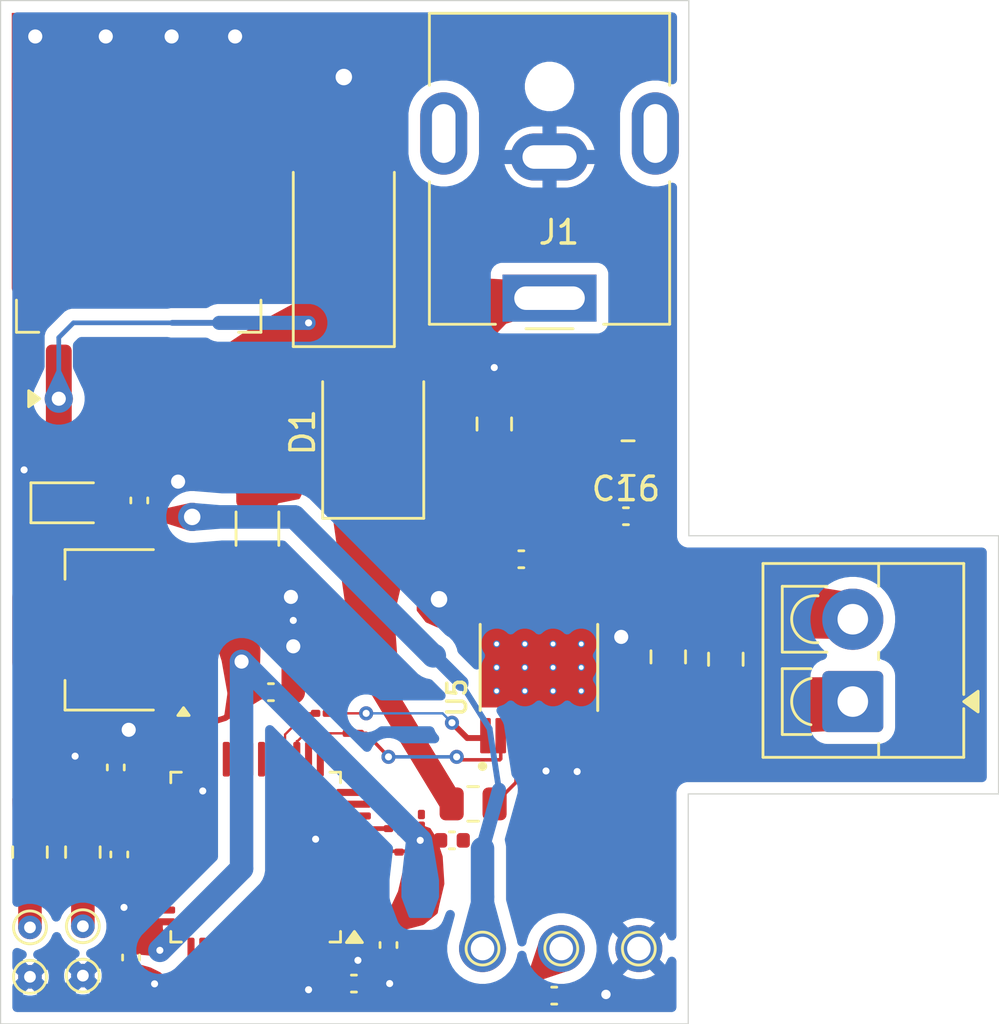
<source format=kicad_pcb>
(kicad_pcb (version 20241229) (generator "pcbnew") (generator_version "9.0")
  (layers (0 "F.Cu" signal) (2 "B.Cu" signal) (13 "F.Paste" user) (15 "B.Paste" user) (5 "F.SilkS" user "F.Silkscreen") (7 "B.SilkS" user "B.Silkscreen") (1 "F.Mask" user) (3 "B.Mask" user) (25 "Edge.Cuts" user))
  (net 0 "")
  (net 1 "Net-(U1-VBAT)")
  (net 14 "Net-(D1-K)")
  (net 16 "Net-(D1-A)")
  (net 17 "BUTTON_UP")
  (net 18 "BUTTON_DW")
  (net 19 "Net-(U1-PA5)")
  (net 22 "GND")
  (net 25 "Net-(U1-VDDA)")
  (net 36 "Net-(U1-PA6)")
  (net 37 "Net-(D3-A2)")
  (net 39 "Net-(J2-Pin_1)")
  (net 40 "Net-(J2-Pin_2)")
  (net 41 "Net-(U5-CPH)")
  (net 42 "Net-(U5-CPL)")
  (net 43 "Net-(U5-NSLEEP)")
  (net 44 "Net-(R6-Pad1)")
  (net 45 "Net-(R7-Pad2)")
  (net 48 "Net-(U1-NRST)")
  (net 49 "LOGIC LED RESERVE")
  (net 53 "RES IF SWDIO")
  (net 55 "Net-(U2-OUT)")
  (net 56 "Net-(U2-VIN)")
  (net 57 "unconnected-(U1-PB7-Pad43)")
  (footprint "Capacitor_SMD:C_1206_3216Metric" (layer "F.Cu") (at 166.625 90.5 90)
    (property "Reference" "C3" (hide yes))
    (property "Value" "10uF")
    (pad "1" smd roundrect (at -1.475 0 90) (size 1.15 1.8) (layers "F.Cu" "F.Mask" "F.Paste") (roundrect_rratio 0.217391) (net 22 "GND"))
    (pad "2" smd roundrect (at 1.475 0 90) (size 1.15 1.8) (layers "F.Cu" "F.Mask" "F.Paste") (roundrect_rratio 0.217391) (net 56 "Net-(U2-VIN)"))
  )
  (footprint "TestPoint:TestPoint_THTPad_D1.0mm_Drill0.5mm" (layer "F.Cu") (at 156.95 109.55)
    (property "Reference" "REF**" (hide yes))
    (property "Value" "1mm0.5")
    (pad "1" thru_hole circle (at 0 0) (size 1 1) (drill 0.5) (layers "*.Cu" "*.Mask") (net 22 "GND"))
  )
  (footprint "TerminalBlock_4Ucon:TerminalBlock_4Ucon_1x02_P3.50mm_Vertical" (layer "F.Cu") (at 191.95 97.85 90)
    (property "Reference" "REF**" (hide yes))
    (property "Value" "TerminalBlock_4Ucon_1x02_P3.50mm_Vertical" (hide yes))
    (pad "1" thru_hole roundrect (at 0 0 90) (size 2.6 2.6) (drill 1.3) (layers "*.Cu" "*.Mask") (roundrect_rratio 0.096154))
    (pad "2" thru_hole circle (at 3.5 0 90) (size 2.6 2.6) (drill 1.3) (layers "*.Cu" "*.Mask"))
  )
  (footprint "Capacitor_SMD:C_0805_2012Metric" (layer "F.Cu") (at 186.55 96.05 -90)
    (property "Reference" "C13" (hide yes))
    (property "Value" "1nF")
    (pad "" smd roundrect (at -0.95 0 270) (size 1 1.45) (layers "F.Cu" "F.Mask" "F.Paste"))
    (pad "2" smd roundrect (at 0.95 0 270) (size 1 1.45) (layers "F.Cu" "F.Mask" "F.Paste") (net 40 "Net-(J2-Pin_2)"))
  )
  (footprint "Capacitor_SMD:C_01005_0402Metric" (layer "F.Cu") (at 172 104.55 90)
    (property "Reference" "C15" (hide yes))
    (property "Value" "10nF")
    (pad "1" smd roundrect (at -0.25 0 90) (size 0.4 0.3) (layers "F.Cu" "F.Mask") (net 22 "GND"))
    (pad "2" smd roundrect (at 0.25 0 90) (size 0.4 0.3) (layers "F.Cu" "F.Mask") (net 48 "Net-(U1-NRST)"))
  )
  (footprint "Capacitor_SMD:C_0402_1005Metric" (layer "F.Cu") (at 179.25 110.35 180)
    (property "Reference" "C20" (hide yes))
    (property "Value" "100nF")
    (pad "1" smd roundrect (at -0.48 0 180) (size 0.56 0.62) (layers "F.Cu" "F.Mask" "F.Paste") (net 22 "GND"))
    (pad "2" smd roundrect (at 0.48 0 180) (size 0.56 0.62) (layers "F.Cu" "F.Mask" "F.Paste") (net 57 "unconnected-(U1-PB7-Pad43)"))
  )
  (footprint "Capacitor_SMD:C_0402_1005Metric" (layer "F.Cu") (at 170.73 109.8375 180)
    (property "Reference" "C9" (hide yes))
    (property "Value" "100nF")
    (pad "1" smd roundrect (at -0.48 0 180) (size 0.56 0.62) (layers "F.Cu" "F.Mask" "F.Paste") (net 22 "GND"))
    (pad "2" smd roundrect (at 0.48 0 180) (size 0.56 0.62) (layers "F.Cu" "F.Mask" "F.Paste") (net 1 "Net-(U1-VBAT)"))
  )
  (footprint "Diode_SMD:D_SMB_Handsoldering" (layer "F.Cu") (at 170.3 78.05 90)
    (property "Reference" "D2" (hide yes))
    (property "Value" "SMBJ18A" (hide yes))
    (pad "1" smd roundrect (at -2.7 0 90) (size 3.5 2.3) (layers "F.Cu" "F.Mask" "F.Paste") (roundrect_rratio 0.1086956522) (net 16 "Net-(D1-A)"))
    (pad "2" smd roundrect (at 2.7 0 90) (size 3.5 2.3) (layers "F.Cu" "F.Mask" "F.Paste") (roundrect_rratio 0.1086956522) (net 22 "GND"))
  )
  (footprint "Capacitor_SMD:C_01005_0402Metric" (layer "F.Cu") (at 166.425 94.4)
    (property "Reference" "C5" (hide yes))
    (property "Value" "10uF")
    (pad "1" smd roundrect (at -0.25 0) (size 0.4 0.3) (layers "F.Cu" "F.Mask") (net 1 "Net-(U1-VBAT)"))
    (pad "2" smd roundrect (at 0.25 0) (size 0.4 0.3) (layers "F.Cu" "F.Mask") (net 22 "GND"))
  )
  (footprint "DRV8876PWPR:IC_DRV8876PWPR" (layer "F.Cu") (at 178.6 96.4 90)
    (property "Reference" "U5" (at -1.28 -3.485 90) (layer "F.SilkS") (effects (font (size 0.8 0.8))))
    (property "Value" "DRV8876PWPR")
    (pad "" smd roundrect (at 2.9 2.275 90) (size 1.5 0.45) (layers "F.Cu" "F.Mask" "F.Paste") (roundrect_rratio 0.125))
    (pad "1" smd roundrect (at -2.9 -2.275 90) (size 1.5 0.45) (layers "F.Cu" "F.Mask" "F.Paste") (roundrect_rratio 0.125) (net 36 "Net-(U1-PA6)"))
    (pad "2" smd roundrect (at -2.9 -1.625 90) (size 1.5 0.45) (layers "F.Cu" "F.Mask" "F.Paste") (roundrect_rratio 0.125) (net 19 "Net-(U1-PA5)"))
    (pad "3" smd roundrect (at -2.9 -0.975 90) (size 1.5 0.45) (layers "F.Cu" "F.Mask" "F.Paste") (roundrect_rratio 0.125) (net 43 "Net-(U5-NSLEEP)"))
    (pad "4" smd roundrect (at -2.9 -0.325 90) (size 1.5 0.45) (layers "F.Cu" "F.Mask" "F.Paste") (roundrect_rratio 0.125))
    (pad "5" smd roundrect (at -2.9 0.325 90) (size 1.5 0.45) (layers "F.Cu" "F.Mask" "F.Paste") (roundrect_rratio 0.125) (net 22 "GND"))
    (pad "6" smd roundrect (at -2.9 0.975 90) (size 1.5 0.45) (layers "F.Cu" "F.Mask" "F.Paste") (roundrect_rratio 0.125))
    (pad "7" smd roundrect (at -2.9 1.625 90) (size 1.5 0.45) (layers "F.Cu" "F.Mask" "F.Paste") (roundrect_rratio 0.125) (net 22 "GND"))
    (pad "8" smd roundrect (at -2.9 2.275 90) (size 1.5 0.45) (layers "F.Cu" "F.Mask" "F.Paste") (roundrect_rratio 0.125) (net 39 "Net-(J2-Pin_1)"))
    (pad "10" smd roundrect (at 2.9 1.625 90) (size 1.5 0.45) (layers "F.Cu" "F.Mask" "F.Paste") (roundrect_rratio 0.125) (net 40 "Net-(J2-Pin_2)"))
    (pad "11" smd roundrect (at 2.9 0.975 90) (size 1.5 0.45) (layers "F.Cu" "F.Mask" "F.Paste") (roundrect_rratio 0.125) (net 14 "Net-(D1-K)"))
    (pad "12" smd roundrect (at 2.9 0.325 90) (size 1.5 0.45) (layers "F.Cu" "F.Mask" "F.Paste") (roundrect_rratio 0.125) (net 14 "Net-(D1-K)"))
    (pad "13" smd roundrect (at 2.9 -0.325 90) (size 1.5 0.45) (layers "F.Cu" "F.Mask" "F.Paste") (roundrect_rratio 0.125) (net 41 "Net-(U5-CPH)"))
    (pad "14" smd roundrect (at 2.9 -0.975 90) (size 1.5 0.45) (layers "F.Cu" "F.Mask" "F.Paste") (roundrect_rratio 0.125) (net 42 "Net-(U5-CPL)"))
    (pad "15" smd roundrect (at 2.9 -1.625 90) (size 1.5 0.45) (layers "F.Cu" "F.Mask" "F.Paste") (roundrect_rratio 0.125) (net 22 "GND"))
    (pad "16" smd roundrect (at 2.9 -2.275 90) (size 1.5 0.45) (layers "F.Cu" "F.Mask" "F.Paste") (roundrect_rratio 0.125) (net 22 "GND"))
    (pad "17" smd rect (at 0 0 90) (size 3.4 5) (layers "F.Cu") (net 22 "GND"))
    (pad "18" thru_hole circle (at -1 -1.8 90) (size 0.3 0.3) (drill 0.2) (layers "*.Cu"))
    (pad "19" thru_hole circle (at 0 -1.8 90) (size 0.3 0.3) (drill 0.2) (layers "*.Cu"))
    (pad "20" thru_hole circle (at 1 -1.8 90) (size 0.3 0.3) (drill 0.2) (layers "*.Cu"))
    (pad "21" thru_hole circle (at -1 -0.6 90) (size 0.3 0.3) (drill 0.2) (layers "*.Cu"))
    (pad "22" thru_hole circle (at 0 -0.6 90) (size 0.3 0.3) (drill 0.2) (layers "*.Cu"))
    (pad "23" thru_hole circle (at 1 -0.6 90) (size 0.3 0.3) (drill 0.2) (layers "*.Cu"))
    (pad "24" thru_hole circle (at -1 0.6 90) (size 0.3 0.3) (drill 0.2) (layers "*.Cu"))
    (pad "25" thru_hole circle (at 0 0.6 90) (size 0.3 0.3) (drill 0.2) (layers "*.Cu"))
    (pad "26" thru_hole circle (at 1 0.6 90) (size 0.3 0.3) (drill 0.2) (layers "*.Cu"))
    (pad "27" thru_hole circle (at -1 1.8 90) (size 0.3 0.3) (drill 0.2) (layers "*.Cu"))
    (pad "28" thru_hole circle (at 0 1.8 90) (size 0.3 0.3) (drill 0.2) (layers "*.Cu"))
    (pad "29" thru_hole circle (at 1 1.8 90) (size 0.3 0.3) (drill 0.2) (layers "*.Cu"))
  )
  (footprint "Capacitor_SMD:C_0402_1005Metric" (layer "F.Cu") (at 174.9 103.75 180)
    (property "Reference" "C8" (hide yes))
    (property "Value" "100nF")
    (pad "1" smd roundrect (at -0.48 0 180) (size 0.56 0.62) (layers "F.Cu" "F.Mask" "F.Paste") (net 22 "GND"))
    (pad "2" smd roundrect (at 0.48 0 180) (size 0.56 0.62) (layers "F.Cu" "F.Mask" "F.Paste") (net 1 "Net-(U1-VBAT)"))
  )
  (footprint "Diode_SMD:D_SOD-323F" (layer "F.Cu") (at 158.6 89.4)
    (property "Reference" "D3" (hide yes))
    (property "Value" "SOD323")
    (pad "1" smd roundrect (at -1.1 0) (size 0.5 0.5) (layers "F.Cu" "F.Mask" "F.Paste") (net 22 "GND"))
    (pad "2" smd roundrect (at 1.1 0) (size 0.5 0.5) (layers "F.Cu" "F.Mask" "F.Paste") (net 55 "Net-(U2-OUT)"))
  )
  (footprint "Resistor_SMD:R_01005_0402Metric" (layer "F.Cu") (at 170.7 99.2)
    (property "Reference" "R5" (hide yes))
    (property "Value" "100Ω")
    (pad "1" smd roundrect (at -0.25 0) (size 0.4 0.3) (layers "F.Cu" "F.Mask") (net 19 "Net-(U1-PA5)"))
    (pad "2" smd roundrect (at 0.25 0) (size 0.4 0.3) (layers "F.Cu" "F.Mask") (net 19 "Net-(U1-PA5)"))
  )
  (footprint "TestPoint:TestPoint_THTPad_D1.0mm_Drill0.5mm" (layer "F.Cu") (at 182.85 108.35 180)
    (property "Reference" "REF**" (hide yes))
    (property "Value" "1mm0.5")
    (pad "1" thru_hole circle (at 0 0 180) (size 2 2) (drill 1) (layers "*.Cu" "*.Mask") (net 22 "GND"))
  )
  (footprint "Capacitor_SMD:C_0805_2012Metric" (layer "F.Cu") (at 184.1 95.95 -90)
    (property "Reference" "C12" (hide yes))
    (property "Value" "0.1uF")
    (pad "" smd roundrect (at 0.95 0 270) (size 1 1.45) (layers "F.Cu" "F.Mask" "F.Paste"))
    (pad "1" smd roundrect (at -0.95 0 270) (size 1 1.45) (layers "F.Cu" "F.Mask" "F.Paste") (net 39 "Net-(J2-Pin_1)"))
  )
  (footprint "Capacitor_SMD:C_01005_0402Metric" (layer "F.Cu") (at 173.6 102.9 -90)
    (property "Reference" "C10" (hide yes))
    (property "Value" "10uF")
    (pad "1" smd roundrect (at -0.25 0 270) (size 0.4 0.3) (layers "F.Cu" "F.Mask") (net 22 "GND"))
    (pad "2" smd roundrect (at 0.25 0 270) (size 0.4 0.3) (layers "F.Cu" "F.Mask") (net 1 "Net-(U1-VBAT)"))
  )
  (footprint "Capacitor_SMD:C_0402_1005Metric" (layer "F.Cu") (at 167.2 97.45 180)
    (property "Reference" "C6" (hide yes))
    (property "Value" "0.1mF")
    (pad "1" smd roundrect (at -0.48 0 180) (size 0.56 0.62) (layers "F.Cu" "F.Mask" "F.Paste") (net 22 "GND"))
    (pad "2" smd roundrect (at 0.48 0 180) (size 0.56 0.62) (layers "F.Cu" "F.Mask" "F.Paste") (net 1 "Net-(U1-VBAT)"))
  )
  (footprint "Capacitor_SMD:C_0402_1005Metric" (layer "F.Cu") (at 182.3 89.97)
    (property "Reference" "C16" (at 0 -1.16 0) (layer "F.SilkS"))
    (property "Value" "100nF")
    (pad "1" smd roundrect (at -0.48 0) (size 0.56 0.62) (layers "F.Cu" "F.Mask" "F.Paste") (net 14 "Net-(D1-K)"))
    (pad "2" smd roundrect (at 0.48 0) (size 0.56 0.62) (layers "F.Cu" "F.Mask" "F.Paste") (net 22 "GND"))
  )
  (footprint "Capacitor_SMD:C_0805_2012Metric" (layer "F.Cu") (at 176.7 86.05 90)
    (property "Reference" "C1" (hide yes))
    (property "Value" "100uF")
    (pad "1" smd roundrect (at -0.95 0 90) (size 1 1.45) (layers "F.Cu" "F.Mask" "F.Paste") (net 14 "Net-(D1-K)"))
    (pad "2" smd roundrect (at 0.95 0 90) (size 1 1.45) (layers "F.Cu" "F.Mask" "F.Paste") (net 22 "GND"))
  )
  (footprint "Resistor_SMD:R_01005_0402Metric" (layer "F.Cu") (at 169.35 98.35)
    (property "Reference" "R4" (hide yes))
    (property "Value" "100Ω")
    (pad "1" smd roundrect (at -0.25 0) (size 0.4 0.3) (layers "F.Cu" "F.Mask") (net 36 "Net-(U1-PA6)"))
    (pad "2" smd roundrect (at 0.25 0) (size 0.4 0.3) (layers "F.Cu" "F.Mask") (net 36 "Net-(U1-PA6)"))
  )
  (footprint "TestPoint:TestPoint_THTPad_D1.0mm_Drill0.5mm" (layer "F.Cu") (at 156.95 107.45)
    (property "Reference" "REF**" (hide yes))
    (property "Value" "1mm0.5")
    (pad "1" thru_hole circle (at 0 0) (size 1 1) (drill 0.5) (layers "*.Cu" "*.Mask") (net 44 "Net-(R6-Pad1)"))
  )
  (footprint "TestPoint:TestPoint_THTPad_D1.0mm_Drill0.5mm" (layer "F.Cu") (at 176.2 108.35 180)
    (property "Reference" "REF**" (hide yes))
    (property "Value" "1mm0.5")
    (pad "1" thru_hole circle (at 0 0 180) (size 2 2) (drill 1) (layers "*.Cu" "*.Mask") (net 55 "Net-(U2-OUT)"))
  )
  (footprint "Capacitor_SMD:C_0402_1005Metric" (layer "F.Cu") (at 160.75 104.35 -90)
    (property "Reference" "C20" (hide yes))
    (property "Value" "100nF")
    (pad "1" smd roundrect (at -0.48 0 270) (size 0.56 0.62) (layers "F.Cu" "F.Mask" "F.Paste") (net 17 "BUTTON_UP"))
    (pad "2" smd roundrect (at 0.48 0 270) (size 0.56 0.62) (layers "F.Cu" "F.Mask" "F.Paste") (net 22 "GND"))
  )
  (footprint "Resistor_SMD:R_0805_2012Metric" (layer "F.Cu") (at 175.8 102.2 180)
    (property "Reference" "R1" (hide yes))
    (property "Value" "10kΩ")
    (pad "1" smd roundrect (at -0.9125 0 180) (size 1.025 1.4) (layers "F.Cu" "F.Mask" "F.Paste") (roundrect_rratio 0.243902) (net 43 "Net-(U5-NSLEEP)"))
    (pad "2" smd roundrect (at 0.9125 0 180) (size 1.025 1.4) (layers "F.Cu" "F.Mask" "F.Paste") (roundrect_rratio 0.243902) (net 14 "Net-(D1-K)"))
  )
  (footprint "Package_TO_SOT_SMD:TO-263-5_TabPin3" (layer "F.Cu") (at 161.575 77.325 90)
    (property "Reference" "U2" (hide yes))
    (property "Value" "LM2596S-5" (hide yes))
    (pad "1" smd roundrect (at -7.65 -3.4 90) (size 4.6 1.1) (layers "F.Cu" "F.Mask" "F.Paste") (roundrect_rratio 0.227273) (net 56 "Net-(U2-VIN)"))
    (pad "2" smd roundrect (at -7.65 -1.7 90) (size 4.6 1.1) (layers "F.Cu" "F.Mask" "F.Paste") (roundrect_rratio 0.227273) (net 55 "Net-(U2-OUT)"))
    (pad "3" smd roundrect (at -7.65 0 90) (size 4.6 1.1) (layers "F.Cu" "F.Mask" "F.Paste") (roundrect_rratio 0.227273) (net 22 "GND") (clearance 0.15))
    (pad "3" smd roundrect (at 1.5 0 90) (size 9.4 10.8) (layers "F.Cu" "F.Mask") (roundrect_rratio 0.026596) (net 22 "GND"))
    (pad "4" smd roundrect (at -7.65 1.7 90) (size 4.6 1.1) (layers "F.Cu" "F.Mask" "F.Paste") (roundrect_rratio 0.227273))
    (pad "5" smd roundrect (at -7.65 3.4 90) (size 4.6 1.1) (layers "F.Cu" "F.Mask" "F.Paste") (roundrect_rratio 0.227273) (net 56 "Net-(U2-VIN)"))
  )
  (footprint "Capacitor_SMD:C_0402_1005Metric" (layer "F.Cu") (at 172.2 108.2 90)
    (property "Reference" "C11" (hide yes))
    (property "Value" "100nF")
    (pad "1" smd roundrect (at -0.48 0 90) (size 0.56 0.62) (layers "F.Cu" "F.Mask" "F.Paste") (net 22 "GND"))
    (pad "2" smd roundrect (at 0.48 0 90) (size 0.56 0.62) (layers "F.Cu" "F.Mask" "F.Paste") (net 1 "Net-(U1-VBAT)"))
  )
  (footprint "Resistor_SMD:R_0805_2012Metric_Pad1.20x1.40mm_HandSolder" (layer "F.Cu") (at 159.2 104.25 -90)
    (property "Reference" "R7" (hide yes))
    (property "Value" "10kΩ")
    (pad "1" smd roundrect (at -1 0 270) (size 1.2 1.4) (layers "F.Cu" "F.Mask" "F.Paste") (roundrect_rratio 0.208333) (net 17 "BUTTON_UP"))
    (pad "2" smd roundrect (at 1 0 270) (size 1.2 1.4) (layers "F.Cu" "F.Mask" "F.Paste") (roundrect_rratio 0.208333) (net 45 "Net-(R7-Pad2)"))
  )
  (footprint "Capacitor_SMD:C_0402_1005Metric" (layer "F.Cu") (at 160.6 100.65 -90)
    (property "Reference" "C19" (hide yes))
    (property "Value" "100nF")
    (pad "1" smd roundrect (at -0.48 0 270) (size 0.56 0.62) (layers "F.Cu" "F.Mask" "F.Paste") (net 22 "GND"))
    (pad "2" smd roundrect (at 0.48 0 270) (size 0.56 0.62) (layers "F.Cu" "F.Mask" "F.Paste") (net 18 "BUTTON_DW"))
  )
  (footprint "Diode_SMD:D_SMB" (layer "F.Cu") (at 171.55 86.4 90)
    (property "Reference" "D1" (at 0 -3 90) (layer "F.SilkS"))
    (property "Value" "SS54")
    (pad "1" smd roundrect (at -2.15 0 90) (size 2.5 2.3) (layers "F.Cu" "F.Mask" "F.Paste") (roundrect_rratio 0.1086956522) (net 14 "Net-(D1-K)"))
    (pad "2" smd roundrect (at 2.15 0 90) (size 2.5 2.3) (layers "F.Cu" "F.Mask" "F.Paste") (roundrect_rratio 0.1086956522) (net 16 "Net-(D1-A)"))
  )
  (footprint "Package_QFP:LQFP-48_7x7mm_P0.5mm" (layer "F.Cu") (at 166.55 104.4625 180)
    (property "Reference" "U1" (hide yes))
    (property "Value" "STM32F103C8Tx")
    (pad "1" smd roundrect (at -4.1625 -2.75 180) (size 1.475 0.3) (layers "F.Cu" "F.Mask" "F.Paste") (net 1 "Net-(U1-VBAT)"))
    (pad "2" smd roundrect (at -4.1625 -2.25 180) (size 1.475 0.3) (layers "F.Cu" "F.Mask" "F.Paste"))
    (pad "3" smd roundrect (at -4.1625 -1.75 180) (size 1.475 0.3) (layers "F.Cu" "F.Mask" "F.Paste"))
    (pad "4" smd roundrect (at -4.1625 -1.25 180) (size 1.475 0.3) (layers "F.Cu" "F.Mask" "F.Paste"))
    (pad "5" smd roundrect (at -4.1625 -0.75 180) (size 1.475 0.3) (layers "F.Cu" "F.Mask" "F.Paste"))
    (pad "6" smd roundrect (at -4.1625 -0.25 180) (size 1.475 0.3) (layers "F.Cu" "F.Mask" "F.Paste"))
    (pad "7" smd roundrect (at -4.1625 0.25 180) (size 1.475 0.3) (layers "F.Cu" "F.Mask" "F.Paste") (net 48 "Net-(U1-NRST)"))
    (pad "8" smd roundrect (at -4.1625 0.75 180) (size 1.475 0.3) (layers "F.Cu" "F.Mask" "F.Paste") (net 22 "GND"))
    (pad "9" smd roundrect (at -4.1625 1.25 180) (size 1.475 0.3) (layers "F.Cu" "F.Mask" "F.Paste") (net 25 "Net-(U1-VDDA)"))
    (pad "10" smd roundrect (at -4.1625 1.75 180) (size 1.475 0.3) (layers "F.Cu" "F.Mask" "F.Paste") (net 53 "RES IF SWDIO"))
    (pad "11" smd roundrect (at -4.1625 2.25 180) (size 1.475 0.3) (layers "F.Cu" "F.Mask" "F.Paste") (net 53 "RES IF SWDIO"))
    (pad "12" smd roundrect (at -4.1625 2.75 180) (size 1.475 0.3) (layers "F.Cu" "F.Mask" "F.Paste"))
    (pad "13" smd roundrect (at -2.75 4.1625 180) (size 0.3 1.475) (layers "F.Cu" "F.Mask" "F.Paste"))
    (pad "14" smd roundrect (at -2.25 4.1625 180) (size 0.3 1.475) (layers "F.Cu" "F.Mask" "F.Paste"))
    (pad "15" smd roundrect (at -1.75 4.1625 180) (size 0.3 1.475) (layers "F.Cu" "F.Mask" "F.Paste") (net 19 "Net-(U1-PA5)"))
    (pad "16" smd roundrect (at -1.25 4.1625 180) (size 0.3 1.475) (layers "F.Cu" "F.Mask" "F.Paste") (net 36 "Net-(U1-PA6)"))
    (pad "17" smd roundrect (at -0.75 4.1625 180) (size 0.3 1.475) (layers "F.Cu" "F.Mask" "F.Paste"))
    (pad "18" smd roundrect (at -0.25 4.1625 180) (size 0.3 1.475) (layers "F.Cu" "F.Mask" "F.Paste"))
    (pad "19" smd roundrect (at 0.25 4.1625 180) (size 0.3 1.475) (layers "F.Cu" "F.Mask" "F.Paste"))
    (pad "20" smd roundrect (at 0.75 4.1625 180) (size 0.3 1.475) (layers "F.Cu" "F.Mask" "F.Paste"))
    (pad "21" smd roundrect (at 1.25 4.1625 180) (size 0.3 1.475) (layers "F.Cu" "F.Mask" "F.Paste"))
    (pad "22" smd roundrect (at 1.75 4.1625 180) (size 0.3 1.475) (layers "F.Cu" "F.Mask" "F.Paste"))
    (pad "23" smd roundrect (at 2.25 4.1625 180) (size 0.3 1.475) (layers "F.Cu" "F.Mask" "F.Paste") (net 22 "GND"))
    (pad "24" smd roundrect (at 2.75 4.1625 180) (size 0.3 1.475) (layers "F.Cu" "F.Mask" "F.Paste") (net 1 "Net-(U1-VBAT)"))
    (pad "25" smd roundrect (at 4.1625 2.75 180) (size 1.475 0.3) (layers "F.Cu" "F.Mask" "F.Paste") (net 18 "BUTTON_DW"))
    (pad "26" smd roundrect (at 4.1625 2.25 180) (size 1.475 0.3) (layers "F.Cu" "F.Mask" "F.Paste"))
    (pad "27" smd roundrect (at 4.1625 1.75 180) (size 1.475 0.3) (layers "F.Cu" "F.Mask" "F.Paste"))
    (pad "28" smd roundrect (at 4.1625 1.25 180) (size 1.475 0.3) (layers "F.Cu" "F.Mask" "F.Paste") (net 17 "BUTTON_UP"))
    (pad "29" smd roundrect (at 4.1625 0.75 180) (size 1.475 0.3) (layers "F.Cu" "F.Mask" "F.Paste"))
    (pad "30" smd roundrect (at 4.1625 0.25 180) (size 1.475 0.3) (layers "F.Cu" "F.Mask" "F.Paste"))
    (pad "31" smd roundrect (at 4.1625 -0.25 180) (size 1.475 0.3) (layers "F.Cu" "F.Mask" "F.Paste"))
    (pad "32" smd roundrect (at 4.1625 -0.75 180) (size 1.475 0.3) (layers "F.Cu" "F.Mask" "F.Paste"))
    (pad "33" smd roundrect (at 4.1625 -1.25 180) (size 1.475 0.3) (layers "F.Cu" "F.Mask" "F.Paste"))
    (pad "34" smd roundrect (at 4.1625 -1.75 180) (size 1.475 0.3) (layers "F.Cu" "F.Mask" "F.Paste"))
    (pad "35" smd roundrect (at 4.1625 -2.25 180) (size 1.475 0.3) (layers "F.Cu" "F.Mask" "F.Paste") (net 22 "GND"))
    (pad "36" smd roundrect (at 4.1625 -2.75 180) (size 1.475 0.3) (layers "F.Cu" "F.Mask" "F.Paste") (net 1 "Net-(U1-VBAT)"))
    (pad "37" smd roundrect (at 2.75 -4.1625 180) (size 0.3 1.475) (layers "F.Cu" "F.Mask" "F.Paste"))
    (pad "38" smd roundrect (at 2.25 -4.1625 180) (size 0.3 1.475) (layers "F.Cu" "F.Mask" "F.Paste"))
    (pad "39" smd roundrect (at 1.75 -4.1625 180) (size 0.3 1.475) (layers "F.Cu" "F.Mask" "F.Paste"))
    (pad "40" smd roundrect (at 1.25 -4.1625 180) (size 0.3 1.475) (layers "F.Cu" "F.Mask" "F.Paste"))
    (pad "41" smd roundrect (at 0.75 -4.1625 180) (size 0.3 1.475) (layers "F.Cu" "F.Mask" "F.Paste"))
    (pad "42" smd roundrect (at 0.25 -4.1625 180) (size 0.3 1.475) (layers "F.Cu" "F.Mask" "F.Paste"))
    (pad "43" smd roundrect (at -0.25 -4.1625 180) (size 0.3 1.475) (layers "F.Cu" "F.Mask" "F.Paste") (net 49 "LOGIC LED RESERVE"))
    (pad "44" smd roundrect (at -0.75 -4.1625 180) (size 0.3 1.475) (layers "F.Cu" "F.Mask" "F.Paste"))
    (pad "45" smd roundrect (at -1.25 -4.1625 180) (size 0.3 1.475) (layers "F.Cu" "F.Mask" "F.Paste"))
    (pad "46" smd roundrect (at -1.75 -4.1625 180) (size 0.3 1.475) (layers "F.Cu" "F.Mask" "F.Paste"))
    (pad "47" smd roundrect (at -2.25 -4.1625 180) (size 0.3 1.475) (layers "F.Cu" "F.Mask" "F.Paste") (net 22 "GND"))
    (pad "48" smd roundrect (at -2.75 -4.1625 180) (size 0.3 1.475) (layers "F.Cu" "F.Mask" "F.Paste") (net 1 "Net-(U1-VBAT)"))
  )
  (footprint "Capacitor_SMD:C_0805_2012Metric" (layer "F.Cu") (at 182.39 87.5)
    (property "Reference" "C2" (hide yes))
    (property "Value" "0.1uF")
    (pad "1" smd roundrect (at -0.95 0) (size 1 1.45) (layers "F.Cu" "F.Mask" "F.Paste") (net 14 "Net-(D1-K)"))
    (pad "2" smd roundrect (at 0.95 0) (size 1 1.45) (layers "F.Cu" "F.Mask" "F.Paste") (net 22 "GND"))
  )
  (footprint "Resistor_SMD:R_01005_0402Metric" (layer "F.Cu") (at 172.45 103.25 180)
    (property "Reference" "R2" (hide yes))
    (property "Value" "10Ω")
    (pad "1" smd roundrect (at -0.25 0 180) (size 0.4 0.3) (layers "F.Cu" "F.Mask") (net 1 "Net-(U1-VBAT)"))
    (pad "2" smd roundrect (at 0.25 0 180) (size 0.4 0.3) (layers "F.Cu" "F.Mask") (net 25 "Net-(U1-VDDA)"))
  )
  (footprint "Resistor_SMD:R_01005_0402Metric" (layer "F.Cu") (at 172.9 104.25)
    (property "Reference" "R3" (hide yes))
    (property "Value" "10kΩ")
    (pad "1" smd roundrect (at -0.25 0) (size 0.4 0.3) (layers "F.Cu" "F.Mask") (net 1 "Net-(U1-VBAT)"))
    (pad "2" smd roundrect (at 0.25 0) (size 0.4 0.3) (layers "F.Cu" "F.Mask") (net 48 "Net-(U1-NRST)"))
  )
  (footprint "Capacitor_SMD:C_0402_1005Metric" (layer "F.Cu") (at 161.6 89.3 90)
    (property "Reference" "C4" (hide yes))
    (property "Value" "10uF")
    (pad "1" smd roundrect (at -0.48 0 90) (size 0.56 0.62) (layers "F.Cu" "F.Mask" "F.Paste") (net 55 "Net-(U2-OUT)"))
    (pad "2" smd roundrect (at 0.48 0 90) (size 0.56 0.62) (layers "F.Cu" "F.Mask" "F.Paste") (net 22 "GND"))
  )
  (footprint "Capacitor_SMD:C_0402_1005Metric" (layer "F.Cu") (at 161.25 108.73 90)
    (property "Reference" "C7" (hide yes))
    (property "Value" "100nF")
    (pad "1" smd roundrect (at -0.48 0 90) (size 0.56 0.62) (layers "F.Cu" "F.Mask" "F.Paste") (net 22 "GND"))
    (pad "2" smd roundrect (at 0.48 0 90) (size 0.56 0.62) (layers "F.Cu" "F.Mask" "F.Paste") (net 1 "Net-(U1-VBAT)"))
  )
  (footprint "TestPoint:TestPoint_THTPad_D1.0mm_Drill0.5mm" (layer "F.Cu") (at 159.2 107.4)
    (property "Reference" "REF**" (hide yes))
    (property "Value" "1mm0.5")
    (pad "1" thru_hole circle (at 0 0) (size 1 1) (drill 0.5) (layers "*.Cu" "*.Mask") (net 45 "Net-(R7-Pad2)"))
  )
  (footprint "TestPoint:TestPoint_THTPad_D1.0mm_Drill0.5mm" (layer "F.Cu") (at 179.55 108.35 180)
    (property "Reference" "REF**" (hide yes))
    (property "Value" "1mm0.5")
    (pad "1" thru_hole circle (at 0 0 180) (size 2 2) (drill 1) (layers "*.Cu" "*.Mask") (net 57 "unconnected-(U1-PB7-Pad43)"))
  )
  (footprint "Package_TO_SOT_SMD:SOT-223-3_TabPin2" (layer "F.Cu") (at 160.35 94.8 180)
    (property "Reference" "U3" (hide yes))
    (property "Value" "AMS1117-3.3")
    (pad "1" smd roundrect (at -3.15 -2.3 180) (size 2 1.5) (layers "F.Cu" "F.Mask" "F.Paste") (net 22 "GND"))
    (pad "2" smd roundrect (at -3.15 0 180) (size 2 1.5) (layers "F.Cu" "F.Mask" "F.Paste") (net 1 "Net-(U1-VBAT)"))
    (pad "2" smd roundrect (at 3.15 0 180) (size 2 3.8) (layers "F.Cu" "F.Mask" "F.Paste") (net 1 "Net-(U1-VBAT)"))
    (pad "3" smd roundrect (at -3.15 2.3 180) (size 2 1.5) (layers "F.Cu" "F.Mask" "F.Paste") (net 37 "Net-(D3-A2)"))
  )
  (footprint "Connector_BarrelJack:BarrelJack_CUI_PJ-063AH_Horizontal" (layer "F.Cu") (at 179.05 80.7 180)
    (property "Reference" "J1" (at -0.4 2.8 0) (layer "F.SilkS"))
    (property "Value" "Jack-DC")
    (pad "" np_thru_hole circle (at 0 9 180) (size 1.6 1.6) (drill 1.6) (layers "*.Cu" "*.Mask"))
    (pad "1" thru_hole rect (at 0 0 180) (size 4 2) (drill oval 3 1) (layers "*.Cu" "*.Mask") (net 16 "Net-(D1-A)"))
    (pad "2" thru_hole oval (at 0 6 180) (size 3.3 2) (drill oval 2.3 1) (layers "*.Cu" "*.Mask") (net 22 "GND"))
    (pad "MP" thru_hole oval (at -4.5 7 180) (size 2 3.5) (drill oval 1 2.5) (layers "*.Cu" "*.Mask"))
    (pad "MP" thru_hole oval (at 4.5 7 180) (size 2 3.5) (drill oval 1 2.5) (layers "*.Cu" "*.Mask"))
  )
  (footprint "Capacitor_SMD:C_0402_1005Metric" (layer "F.Cu") (at 177.85 91.8 180)
    (property "Reference" "C14" (hide yes))
    (property "Value" "100nF")
    (pad "1" smd roundrect (at -0.48 0 180) (size 0.56 0.62) (layers "F.Cu" "F.Mask" "F.Paste") (net 41 "Net-(U5-CPH)"))
    (pad "2" smd roundrect (at 0.48 0 180) (size 0.56 0.62) (layers "F.Cu" "F.Mask" "F.Paste") (net 42 "Net-(U5-CPL)"))
  )
  (footprint "TestPoint:TestPoint_THTPad_D1.0mm_Drill0.5mm" (layer "F.Cu") (at 159.2 109.5)
    (property "Reference" "REF**" (hide yes))
    (property "Value" "1mm0.5")
    (pad "1" thru_hole circle (at 0 0) (size 1 1) (drill 0.5) (layers "*.Cu" "*.Mask") (net 22 "GND"))
  )
  (footprint "Resistor_SMD:R_0805_2012Metric_Pad1.20x1.40mm_HandSolder" (layer "F.Cu") (at 156.95 104.25 90)
    (property "Reference" "R6" (hide yes))
    (property "Value" "10kΩ")
    (pad "1" smd roundrect (at -1 0 90) (size 1.2 1.4) (layers "F.Cu" "F.Mask" "F.Paste") (roundrect_rratio 0.208333) (net 44 "Net-(R6-Pad1)"))
    (pad "2" smd roundrect (at 1 0 90) (size 1.2 1.4) (layers "F.Cu" "F.Mask" "F.Paste") (roundrect_rratio 0.208333) (net 18 "BUTTON_DW"))
  )
  (gr_poly (pts (xy 164.9 95.15) (xy 165.2 96.1) (xy 165.45 97.5) (xy 166.6 97.6) (xy 166.655405 95.66081) (xy 166.033333 94.35) (xy 165.45 94.65) (xy 165 94.95)) (stroke (width 0.2)) (fill yes) (layer "F.Cu") (net 1))
  (gr_poly (pts (xy 192.7 96.9) (xy 185.8 96.95) (xy 181.1 99.55) (xy 192.8 98.9)) (stroke (width 0.2)) (fill yes) (layer "F.Cu"))
  (gr_poly (pts (xy 192.15 95.1) (xy 183.4 94.95) (xy 182.4 91.8) (xy 192.1 93.35)) (stroke (width 0.2)) (fill yes) (layer "F.Cu"))
  (gr_poly (pts (xy 173.5 93.95) (xy 173.85 94.4) (xy 174.3 94.6) (xy 175.15 94.75) (xy 175.65 94.55) (xy 175.95 94.25) (xy 176.35 94.2) (xy 177 94.15) (xy 177.05 93.8) (xy 177 92.75) (xy 176.7 92.55) (xy 176.3 92.4) (xy 175.65 92.4) (xy 174.6 92.45) (xy 173.9 92.6) (xy 173.55 92.95) (xy 173.5 93.35)) (stroke (width 0.2)) (fill yes) (layer "F.Cu") (net 22))
  (gr_poly (pts (xy 156.35 103.65) (xy 156.3 102) (xy 156.55 101.5) (xy 156.9 101.1) (xy 157.4 100.9) (xy 157.9 101) (xy 156.8 102.15)) (stroke (width 0.2)) (fill yes) (layer "F.Cu") (net 18))
  (gr_poly (pts (xy 172.65 103.15) (xy 172.818022 103.066785) (xy 173.238158 103.066785) (xy 173.914476 103.312719) (xy 174.16041 103.702114) (xy 174.406344 104.450163) (xy 174.478074 105.587606) (xy 174.2 106.75) (xy 173.463598 105.720821) (xy 173.320136 105.423651) (xy 173.115192 105.413403) (xy 173.012719 105.2392) (xy 173.002472 105.085492) (xy 172.981977 104.327196) (xy 173.074203 103.907059) (xy 173.022966 103.722609) (xy 172.889752 103.5689) (xy 172.664313 103.445933) (xy 172.65 103.35)) (stroke (width 0.2)) (fill yes) (layer "F.Cu") (net 1))
  (gr_poly (pts (xy 165.3 85.9) (xy 165.5 88.6) (xy 166 89.2) (xy 167.1 89.4) (xy 168.35 89.15) (xy 168.8 88.2) (xy 169 85.85) (xy 169.55 85.3) (xy 170.2 85.3) (xy 170.85 85.35) (xy 172.55 85.35) (xy 174.2 84.5) (xy 175.35 83.55) (xy 177.15 81.7) (xy 177.95 81.45) (xy 177.85 80.05) (xy 173.65 79.8) (xy 171.3 80) (xy 169.25 80.6) (xy 168.15 81.05) (xy 166.85 81.75) (xy 165.2 82.85) (xy 165.15 85.7) (xy 165.1 86.05)) (stroke (width 0.2)) (fill yes) (layer "F.Cu"))
  (gr_poly (pts (xy 165.7 96.95) (xy 166.4 96.95) (xy 166.4 97.4) (xy 166.7 97.7) (xy 165.3 98.55) (xy 165.45 97.5)) (stroke (width 0.2)) (fill yes) (layer "F.Cu") (net 1))
  (gr_poly (pts (xy 157.680978 101.288827) (xy 158.4 101.25) (xy 159.15 101.3) (xy 159.75 101.55) (xy 160.55 101.7) (xy 161.925 101.775) (xy 161.85 101.65) (xy 161.3 101.5) (xy 161.05 101.4) (xy 160.8 101.25) (xy 160.25 101.1) (xy 159.85 100.95) (xy 159.25 100.9)) (stroke (width 0.2)) (fill yes) (layer "F.Cu") (net 18))
  (gr_poly (pts (xy 171.9 96.5) (xy 171.605185 95.379597) (xy 171.6 93.35) (xy 171.8 90.95) (xy 172.3 89.8) (xy 173.45 88.65) (xy 175.45 88.15) (xy 177.05 88.3) (xy 178 88.9) (xy 178.7 90.25) (xy 178.85 90.75) (xy 179.1 88.5) (xy 179 87.2) (xy 170.7 87.3) (xy 171.2 96.6)) (stroke (width 0.1)) (fill yes) (layer "F.Cu") (net 14))
  (gr_poly (pts (xy 171.7 107.2) (xy 172.35 106.7) (xy 172.7 105.95) (xy 173.1 104.25) (xy 173.85 105.3) (xy 174.15 105.45) (xy 174.35 105.95) (xy 174.2 106.8) (xy 173.65 107.25) (xy 172.9 107.45) (xy 172.3 107.55) (xy 171.9 107.45)) (stroke (width 0.2)) (fill yes) (layer "F.Cu") (net 1))
  (gr_poly (pts (xy 158.6 102.75) (xy 158.775 102.525) (xy 159.275 102.425) (xy 160.125 102.475) (xy 160.85 102.8) (xy 161.1 103.075) (xy 161.325 103.15) (xy 161.75 103.175) (xy 161.75 103.25) (xy 161.25 103.25) (xy 161.05 103.55) (xy 160.825 103.8) (xy 160.575 103.825) (xy 160.225 103.45) (xy 159.75 103.375) (xy 158.875 103.225) (xy 158.6 103.075)) (stroke (width 0.2)) (fill yes) (layer "F.Cu") (net 17))
  (gr_poly (pts (xy 172.6 97.75) (xy 172.35 94.15) (xy 172.85 92) (xy 174.6 90.25) (xy 176.25 89.95) (xy 178.05 90.15) (xy 178.6 90.55) (xy 178.8 90.9) (xy 178.95 88.25) (xy 172.25 87.65) (xy 170.8 91.75) (xy 171.85 97.4)) (stroke (width 0.2)) (fill yes) (layer "F.Cu") (net 14))
  (gr_rect (start 156.275 68.675) (end 166.875 72.275) (stroke (width 0.2)) (fill yes) (layer "F.Cu") (net 22))
  (gr_poly (pts (xy 186.95 94.7) (xy 183.35 94.95) (xy 182.2 92.6) (xy 181.6 92.3) (xy 180.4 92.4) (xy 180.3 93) (xy 180.1 92.8) (xy 180.2 92) (xy 180.8 91.8) (xy 182.4 91.8)) (stroke (width 0.2)) (fill yes) (layer "F.Cu"))
  (gr_poly (pts (xy 162.45 110.25) (xy 162.6 110.15) (xy 162.65 110) (xy 162.65 109.65) (xy 162.45 109.45) (xy 162.05 109.25) (xy 161.7 109.15) (xy 161.45 109.1) (xy 161.05 109.1) (xy 161.05 109.7) (xy 161.3 110.05) (xy 161.65 110.2) (xy 161.85 110.25)) (stroke (width 0.2)) (fill yes) (layer "F.Cu") (net 22))
  (gr_poly (pts (xy 181 99.2) (xy 183.65 97.2) (xy 186.9 97.35) (xy 181 99.6)) (stroke (width 0.2)) (fill yes) (layer "F.Cu"))
  (gr_poly (pts (xy 157.55 102.85) (xy 157.3 102.2) (xy 157.3 101.8) (xy 157.408264 101.478901) (xy 157.680978 101.288827) (xy 158.143767 101.131809) (xy 158.5 101.05) (xy 158.871005 101) (xy 159.5 100.95) (xy 159.35 100.9) (xy 157.45 100.9) (xy 156.35 102) (xy 156.35 102.7)) (stroke (width 0.2)) (fill yes) (layer "F.Cu") (net 18))
  (gr_poly (pts (xy 170.5 94) (xy 169.9 89.8) (xy 170 88.5) (xy 170.55 87.35) (xy 172.3 87.35) (xy 170.6 93.85)) (stroke (width 0.2)) (fill yes) (layer "F.Cu") (net 14))
  (gr_poly (pts (xy 164.15 94.15) (xy 165.15 94.15) (xy 165.45 94.15) (xy 165.95 94.25) (xy 166.15 94.4) (xy 166.65 95.6) (xy 165.5 95.45) (xy 165.1 95.45) (xy 164.1 95.45)) (stroke (width 0.2)) (fill yes) (layer "F.Cu") (net 1))
  (gr_poly (pts (xy 177.2 110.75) (xy 177.7 110.75) (xy 178.1 110.75) (xy 178.7 110.55) (xy 178.9 110.4) (xy 178.9 110.15) (xy 178.7 110.05) (xy 177.95 110.05)) (stroke (width 0.2)) (fill yes) (layer "F.Cu") (net 57))
  (gr_poly (pts (xy 161.25 108.45) (xy 161.5 108.5) (xy 162.05 108.55) (xy 162.35 108.7) (xy 162.55 108.75) (xy 162.75 108.7) (xy 162.85 108.55) (xy 162.85 108.25) (xy 162.7 108.05) (xy 162.6 107.85) (xy 162.5 107.5) (xy 162.5 107.3) (xy 162 107.2) (xy 161.75 107.15) (xy 161.2 107.25) (xy 161.05 107.35) (xy 160.9 107.6) (xy 160.85 107.95) (xy 160.9 108.25) (xy 161.05 108.4)) (stroke (width 0.2)) (fill yes) (layer "F.Cu") (net 1))
  (gr_poly (pts (xy 172.85 105.45) (xy 173.05 103.7) (xy 173.95 103.65) (xy 174.25 105.45) (xy 174.25 106.15) (xy 173.95 106.95) (xy 173.15 106.95) (xy 172.85 106.15)) (stroke (width 0.2)) (fill yes) (layer "B.Cu") (net 1))
  (gr_line (start 198.15 90.8) (end 184.975 90.8) (stroke (width 0.05)) (layer "Edge.Cuts"))
  (gr_line (start 184.95 111.55) (end 184.95 101.775) (stroke (width 0.05)) (layer "Edge.Cuts"))
  (gr_line (start 198.15 101.775) (end 198.15 90.8) (stroke (width 0.05)) (layer "Edge.Cuts"))
  (gr_line (start 155.7 68.05) (end 155.7 111.55) (stroke (width 0.05)) (layer "Edge.Cuts"))
  (gr_line (start 184.95 101.775) (end 198.15 101.775) (stroke (width 0.05)) (layer "Edge.Cuts"))
  (gr_line (start 155.7 111.55) (end 184.95 111.55) (stroke (width 0.05)) (layer "Edge.Cuts"))
  (gr_line (start 184.975 90.8) (end 184.975 68.05) (stroke (width 0.05)) (layer "Edge.Cuts"))
  (gr_line (start 184.975 68.05) (end 155.7 68.05) (stroke (width 0.05)) (layer "Edge.Cuts"))
  (segment (start 180.225 93.5) (end 180.225 92.149) (width 0.25) (layer "F.Cu") (net 0))
  (segment (start 180.225 93.5) (end 180.225 92.775) (width 0.2) (layer "F.Cu") (net 0))
  (segment (start 180.225 92.149) (end 180.274 92.1) (width 0.25) (layer "F.Cu") (net 0))
  (segment (start 169.3 108.625) (end 169.3 109.65) (width 0.15) (layer "F.Cu") (net 1))
  (segment (start 169.4 109.8) (end 169.6125 109.8375) (width 0.15) (layer "F.Cu") (net 1))
  (segment (start 164.3 98.85) (end 163.8 99.493322) (width 0.25) (layer "F.Cu") (net 1))
  (segment (start 170.7125 107.2125) (end 171.6925 107.2125) (width 0.2) (layer "F.Cu") (net 1))
  (segment (start 169.3 109.65) (end 169.4 109.8) (width 0.15) (layer "F.Cu") (net 1))
  (segment (start 171.6925 107.2125) (end 172.2 107.72) (width 0.2) (layer "F.Cu") (net 1))
  (segment (start 166.1 97.7) (end 165.25 98.55) (width 0.25) (layer "F.Cu") (net 1))
  (segment (start 173.2625 104.2125) (end 173.3 104.25) (width 0.15) (layer "F.Cu") (net 1))
  (segment (start 166.1 96.475) (end 166.1 97.7) (width 0.6) (layer "F.Cu") (net 1))
  (segment (start 163.8 99.493322) (end 163.8 100.3) (width 0.25) (layer "F.Cu") (net 1))
  (segment (start 170.7125 104.2125) (end 173.2625 104.2125) (width 0.15) (layer "F.Cu") (net 1))
  (segment (start 166.1 95.775) (end 165.75 96.125) (width 0.6) (layer "F.Cu") (net 1))
  (segment (start 165.25 98.55) (end 164.3 98.85) (width 0.25) (layer "F.Cu") (net 1))
  (segment (start 165.75 96.125) (end 166.1 96.475) (width 0.6) (layer "F.Cu") (net 1))
  (segment (start 169.6125 109.8375) (end 170.25 109.8375) (width 0.15) (layer "F.Cu") (net 1))
  (via (at 162.475 108.425) (size 0.6) (drill 0.3) (layers "F.Cu" "B.Cu") (net 1))
  (via (at 173.55 103.75) (size 0.6) (drill 0.3) (layers "F.Cu" "B.Cu") (net 1))
  (via (at 165.95 96.15) (size 1) (drill 0.6) (layers "F.Cu" "B.Cu") (net 1))
  (segment (start 162.475 108.425) (end 165.95 104.95) (width 1) (layer "B.Cu") (net 1))
  (segment (start 165.95 104.95) (end 165.95 96.15) (width 1) (layer "B.Cu") (net 1))
  (segment (start 173.55 103.75) (end 173.55 106.5) (width 1) (layer "B.Cu") (net 1))
  (segment (start 173.55 103.75) (end 165.95 96.15) (width 1) (layer "B.Cu") (net 1))
  (segment (start 179.299 87.501) (end 179.299 90.501) (width 1) (layer "F.Cu") (net 14))
  (segment (start 179.299 90.501) (end 179.3 90.45) (width 1) (layer "F.Cu") (net 14))
  (segment (start 170.95 95.725) (end 170.90593 88.30593) (width 1) (layer "F.Cu") (net 14))
  (segment (start 174.8875 102.2) (end 170.95 95.725) (width 1) (layer "F.Cu") (net 14))
  (segment (start 179.575 90.925) (end 180.53 89.97) (width 0.25) (layer "F.Cu") (net 14))
  (segment (start 179.575 90.925) (end 179.045 90.925) (width 0.25) (layer "F.Cu") (net 14))
  (segment (start 177.12 87.02) (end 179.45 87.5) (width 1) (layer "F.Cu") (net 14))
  (segment (start 178.925 93.5) (end 178.925 90.514) (width 0.25) (layer "F.Cu") (net 14))
  (segment (start 179.575 93.5) (end 179.575 90.925) (width 0.25) (layer "F.Cu") (net 14))
  (segment (start 173.45 87.9) (end 176.7 87) (width 1) (layer "F.Cu") (net 14))
  (segment (start 181.44 87.5) (end 179.4 87.5) (width 1) (layer "F.Cu") (net 14))
  (segment (start 180.53 89.97) (end 181.35 89.97) (width 0.25) (layer "F.Cu") (net 14))
  (segment (start 179.045 90.925) (end 179.04 90.93) (width 0.25) (layer "F.Cu") (net 14))
  (segment (start 170.90593 88.30593) (end 170.9 88.3) (width 1) (layer "F.Cu") (net 14))
  (segment (start 176.2 80.7) (end 171.1 80.7) (width 1) (layer "F.Cu") (net 16))
  (segment (start 168.3 100.3) (end 168.3 99.562501) (width 0.1) (layer "F.Cu") (net 19))
  (segment (start 172.2 100.2) (end 171.25 99.2) (width 0.15) (layer "F.Cu") (net 19))
  (segment (start 171.25 99.2) (end 170.95 99.2) (width 0.15) (layer "F.Cu") (net 19))
  (segment (start 168.662501 99.2) (end 170.775 99.2) (width 0.1) (layer "F.Cu") (net 19))
  (segment (start 168.3 99.562501) (end 168.662501 99.2) (width 0.1) (layer "F.Cu") (net 19))
  (segment (start 176.975 100.281932) (end 176.975 99.3) (width 0.15) (layer "F.Cu") (net 19))
  (segment (start 175.226 100.326) (end 176.930932 100.326) (width 0.15) (layer "F.Cu") (net 19))
  (segment (start 168.3 100.3) (end 168.3 99.528676) (width 0.1) (layer "F.Cu") (net 19))
  (segment (start 175.1 100.2) (end 175.226 100.326) (width 0.15) (layer "F.Cu") (net 19))
  (segment (start 176.930932 100.326) (end 176.975 100.281932) (width 0.15) (layer "F.Cu") (net 19))
  (via (at 172.2 100.2) (size 0.6) (drill 0.3) (layers "F.Cu" "B.Cu") (net 19))
  (via (at 175.1 100.2) (size 0.6) (drill 0.3) (layers "F.Cu" "B.Cu") (net 19))
  (segment (start 172.2 100.2) (end 175.1 100.2) (width 0.15) (layer "B.Cu") (net 19))
  (segment (start 179.73 110.35) (end 181.4 110.35) (width 0.6) (layer "F.Cu") (net 22))
  (segment (start 166.675 94.4) (end 168.15 94.4) (width 0.2) (layer "F.Cu") (net 22))
  (segment (start 158.87 100.17) (end 160.6 100.17) (width 0.6) (layer "F.Cu") (net 22))
  (segment (start 163.5 97.1) (end 161.55 99.05) (width 0.6) (layer "F.Cu") (net 22))
  (segment (start 162.8 88.5) (end 163.25 88.5) (width 0.25) (layer "F.Cu") (net 22))
  (segment (start 176.7 85.1) (end 176.7 83.65) (width 0.6) (layer "F.Cu") (net 22))
  (segment (start 178.925 100.775) (end 178.9 100.8) (width 0.25) (layer "F.Cu") (net 22))
  (segment (start 166.625 91.975) (end 168.05 93.4) (width 1) (layer "F.Cu") (net 22))
  (segment (start 182.1 94.725) (end 180.875 93.5) (width 0.25) (layer "F.Cu") (net 22))
  (segment (start 180.225 100.825) (end 180.225 99.3) (width 0.25) (layer "F.Cu") (net 22))
  (segment (start 170.7125 103.7125) (end 169.1125 103.7125) (width 0.2) (layer "F.Cu") (net 22))
  (segment (start 181.4 110.35) (end 181.45 110.3) (width 0.6) (layer "F.Cu") (net 22))
  (segment (start 171.21 109.8375) (end 172.25 109.8375) (width 0.15) (layer "F.Cu") (net 22))
  (segment (start 178.925 99.3) (end 178.925 100.775) (width 0.25) (layer "F.Cu") (net 22))
  (segment (start 160.95 106.6) (end 161.0625 106.7125) (width 0.25) (layer "F.Cu") (net 22))
  (segment (start 161.0625 106.7125) (end 162.3875 106.7125) (width 0.25) (layer "F.Cu") (net 22))
  (segment (start 172.2 108.86) (end 170.91 108.86) (width 0.2) (layer "F.Cu") (net 22))
  (segment (start 161.575 84.975) (end 161.575 87.275) (width 0.25) (layer "F.Cu") (net 22))
  (segment (start 161.55 99.05) (end 161.15 99.05) (width 0.6) (layer "F.Cu") (net 22))
  (segment (start 164.3 100.3) (end 164.3 101.65) (width 0.15) (layer "F.Cu") (net 22))
  (segment (start 157.5 89.4) (end 156.7 88) (width 0.2) (layer "F.Cu") (net 22))
  (segment (start 161.55 85) (end 161.575 84.975) (width 1) (layer "F.Cu") (net 22))
  (segment (start 182.1 95.1) (end 182.1 94.725) (width 0.25) (layer "F.Cu") (net 22))
  (segment (start 168.15 97.45) (end 168.15 95.5) (width 1) (layer "F.Cu") (net 22))
  (segment (start 170.91 108.86) (end 170.9 108.85) (width 0.2) (layer "F.Cu") (net 22))
  (segment (start 169.1125 103.7125) (end 169.1 103.7) (width 0.2) (layer "F.Cu") (net 22))
  (segment (start 170.3 75.35) (end 170.3 71.3) (width 1) (layer "F.Cu") (net 22))
  (segment (start 161.575 87.275) (end 162.8 88.5) (width 0.25) (layer "F.Cu") (net 22))
  (segment (start 179 99.375) (end 178.925 99.3) (width 0.25) (layer "F.Cu") (net 22))
  (segment (start 168.8 108.625) (end 168.8 110.1) (width 0.2) (layer "F.Cu") (net 22))
  (via (at 169.1 103.7) (size 0.6) (drill 0.3) (layers "F.Cu" "B.Cu") (net 22))
  (via (at 176.7 83.65) (size 0.6) (drill 0.3) (layers "F.Cu" "B.Cu") (net 22))
  (via (at 162.25 109.85) (size 0.6) (drill 0.3) (layers "F.Cu" "B.Cu") (net 22))
  (via (at 160.95 106.6) (size 0.6) (drill 0.3) (layers "F.Cu" "B.Cu") (net 22))
  (via (at 168.15 94.4) (size 0.6) (drill 0.3) (layers "F.Cu" "B.Cu") (net 22))
  (via (at 163.25 88.5) (size 1) (drill 0.6) (layers "F.Cu" "B.Cu") (net 22))
  (via (at 157.175 69.575) (size 1) (drill 0.6) (layers "F.Cu" "B.Cu") (net 22))
  (via (at 162.975 69.575) (size 1) (drill 0.6) (layers "F.Cu" "B.Cu") (net 22))
  (via (at 165.675 69.575) (size 1) (drill 0.6) (layers "F.Cu" "B.Cu") (net 22))
  (via (at 168.05 93.4) (size 1) (drill 0.6) (layers "F.Cu" "B.Cu") (net 22))
  (via (at 164.3 101.65) (size 0.6) (drill 0.3) (layers "F.Cu" "B.Cu") (net 22))
  (via (at 174.35 93.5) (size 1.2) (drill 0.7) (layers "F.Cu" "B.Cu") (net 22))
  (via (at 182.1 95.1) (size 1) (drill 0.6) (layers "F.Cu" "B.Cu") (net 22))
  (via (at 170.3 71.3) (size 1.2) (drill 0.7) (layers "F.Cu" "B.Cu") (net 22))
  (via (at 168.15 95.5) (size 1) (drill 0.6) (layers "F.Cu" "B.Cu") (net 22))
  (via (at 161.15 99.05) (size 1) (drill 0.6) (layers "F.Cu" "B.Cu") (net 22))
  (via (at 170.9 108.85) (size 0.6) (drill 0.3) (layers "F.Cu" "B.Cu") (net 22))
  (via (at 172.25 109.8375) (size 0.6) (drill 0.3) (layers "F.Cu" "B.Cu") (net 22))
  (via (at 156.7 88) (size 0.6) (drill 0.3) (layers "F.Cu" "B.Cu") (net 22))
  (via (at 158.87 100.17) (size 0.6) (drill 0.3) (layers "F.Cu" "B.Cu") (net 22))
  (via (at 178.9 100.8) (size 0.6) (drill 0.3) (layers "F.Cu" "B.Cu") (net 22))
  (via (at 181.45 110.3) (size 0.8) (drill 0.4) (layers "F.Cu" "B.Cu") (net 22))
  (via (at 160.175 69.575) (size 1) (drill 0.6) (layers "F.Cu" "B.Cu") (net 22))
  (via (at 180.225 100.825) (size 0.6) (drill 0.3) (layers "F.Cu" "B.Cu") (net 22))
  (via (at 168.8 110.1) (size 0.6) (drill 0.3) (layers "F.Cu" "B.Cu") (net 22))
  (segment (start 172.2 103.25) (end 170.75 103.25) (width 0.2) (layer "F.Cu") (net 25))
  (segment (start 170.75 103.25) (end 170.7125 103.2125) (width 0.2) (layer "F.Cu") (net 25))
  (segment (start 168.7 98.35) (end 167.8 99.25) (width 0.1) (layer "F.Cu") (net 36))
  (segment (start 169.6 98.35) (end 171.25 98.35) (width 0.1) (layer "F.Cu") (net 36))
  (segment (start 174.9 98.75) (end 175.55 99.4) (width 0.25) (layer "F.Cu") (net 36))
  (segment (start 167.8 99.25) (end 167.8 100.3) (width 0.1) (layer "F.Cu") (net 36))
  (segment (start 169.1 98.35) (end 168.7 98.35) (width 0.1) (layer "F.Cu") (net 36))
  (segment (start 175.55 99.4) (end 176.35 99.4) (width 0.25) (layer "F.Cu") (net 36))
  (via (at 174.9 98.75) (size 0.6) (drill 0.3) (layers "F.Cu" "B.Cu") (net 36))
  (via (at 171.25 98.35) (size 0.6) (drill 0.3) (layers "F.Cu" "B.Cu") (net 36))
  (segment (start 171.25 98.35) (end 174.5 98.35) (width 0.1) (layer "B.Cu") (net 36))
  (segment (start 174.5 98.35) (end 174.9 98.75) (width 0.1) (layer "B.Cu") (net 36))
  (segment (start 178.275 91.855) (end 178.33 91.8) (width 0.2) (layer "F.Cu") (net 41))
  (segment (start 178.275 93.5) (end 178.275 91.855) (width 0.2) (layer "F.Cu") (net 41))
  (segment (start 177.625 92.055) (end 177.625 93.5) (width 0.2) (layer "F.Cu") (net 42))
  (segment (start 177.37 91.8) (end 177.625 92.055) (width 0.2) (layer "F.Cu") (net 42))
  (segment (start 177.476 99.324) (end 177.476 99.6) (width 0.15) (layer "F.Cu") (net 43))
  (segment (start 177.625 99.3) (end 177.5 99.3) (width 0.15) (layer "F.Cu") (net 43))
  (segment (start 177.625 101.2875) (end 177.625 99.3) (width 0.15) (layer "F.Cu") (net 43))
  (segment (start 177.5 99.3) (end 177.476 99.324) (width 0.15) (layer "F.Cu") (net 43))
  (segment (start 176.7125 102.2) (end 177.625 101.2875) (width 0.15) (layer "F.Cu") (net 43))
  (segment (start 156.9 105.3) (end 156.95 105.25) (width 1) (layer "F.Cu") (net 44))
  (segment (start 156.95 107.45) (end 156.95 105.25) (width 1) (layer "F.Cu") (net 44))
  (segment (start 159.2 107.4) (end 159.2 105.25) (width 1) (layer "F.Cu") (net 45))
  (segment (start 161.35 90.35) (end 161.75 90.75) (width 0.6) (layer "F.Cu") (net 55))
  (segment (start 161.35 90.35) (end 161.2 90.35) (width 1) (layer "F.Cu") (net 55))
  (segment (start 161.2 90.35) (end 160.25 89.4) (width 1) (layer "F.Cu") (net 55))
  (segment (start 160.25 89.4) (end 159.875 89.025) (width 1) (layer "F.Cu") (net 55))
  (segment (start 159.875 89.025) (end 159.875 84.975) (width 1) (layer "F.Cu") (net 55))
  (segment (start 161.35 89.95) (end 163.8 89.95) (width 0.6) (layer "F.Cu") (net 55))
  (segment (start 163.8 89.95) (end 163.85 90) (width 0.6) (layer "F.Cu") (net 55))
  (segment (start 161.75 90.75) (end 163.5 92.5) (width 0.6) (layer "F.Cu") (net 55))
  (segment (start 161.35 89.95) (end 161.35 90.35) (width 0.6) (layer "F.Cu") (net 55))
  (via (at 163.85 90) (size 1.2) (drill 0.7) (layers "F.Cu" "B.Cu") (net 55))
  (segment (start 176.2 104.1) (end 176.65 102.5) (width 0.6) (layer "B.Cu") (net 55))
  (segment (start 176.5 99) (end 175.3 97.1) (width 0.25) (layer "B.Cu") (net 55))
  (segment (start 176.9 101.6) (end 176.5 99) (width 0.25) (layer "B.Cu") (net 55))
  (segment (start 168.196504 90) (end 163.85 90) (width 1) (layer "B.Cu") (net 55))
  (segment (start 174.096504 95.9) (end 174.15 95.9) (width 1) (layer "B.Cu") (net 55))
  (segment (start 176.2 106.15) (end 176.2 108.35) (width 1) (layer "B.Cu") (net 55))
  (segment (start 176.2 106.15) (end 176.2 104.1) (width 1) (layer "B.Cu") (net 55))
  (segment (start 168.196504 90) (end 174.096504 95.9) (width 1) (layer "B.Cu") (net 55))
  (segment (start 175.3 97.05) (end 175.3 97.1) (width 0.6) (layer "B.Cu") (net 55))
  (segment (start 176.65 102.5) (end 176.9 101.6) (width 0.6) (layer "B.Cu") (net 55))
  (segment (start 174.15 95.9) (end 175.3 97.05) (width 0.6) (layer "B.Cu") (net 55))
  (segment (start 169.1 81.6) (end 168.525 81.6) (width 1) (layer "F.Cu") (net 56))
  (segment (start 165.6 85.1) (end 169.1 81.6) (width 1) (layer "F.Cu") (net 56))
  (via (at 168.8 81.75) (size 0.6) (drill 0.3) (layers "F.Cu" "B.Cu") (net 56))
  (via (at 158.175 84.975) (size 1.2) (drill 0.6) (layers "F.Cu" "B.Cu") (net 56))
  (segment (start 158.175 82.375) (end 158.175 84.975) (width 0.2) (layer "B.Cu") (net 56))
  (segment (start 165 81.75) (end 168.8 81.75) (width 0.6) (layer "B.Cu") (net 56))
  (segment (start 158.175 82.375) (end 158.8 81.75) (width 0.2) (layer "B.Cu") (net 56))
  (segment (start 158.8 81.75) (end 163 81.75) (width 0.2) (layer "B.Cu") (net 56))
  (segment (start 163 81.75) (end 165 81.75) (width 0.25) (layer "B.Cu") (net 56))
  (segment (start 168.094322 110.726) (end 166.8 109.431678) (width 0.25) (layer "F.Cu") (net 57))
  (segment (start 179.55 108.35) (end 177.174 110.726) (width 0.25) (layer "F.Cu") (net 57))
  (segment (start 177.174 110.726) (end 168.094322 110.726) (width 0.25) (layer "F.Cu") (net 57))
  (segment (start 166.8 109.431678) (end 166.8 108.625) (width 0.25) (layer "F.Cu") (net 57))
  (zone (net 22) (net_name "GND") (layer "B.Cu") (name "GND LAYER") (connect_pads (clearance 0.5)) (min_thickness 0.4) (fill yes (thermal_gap 0.3) (thermal_bridge_width 0.6))
    (polygon (pts (xy 155.7 68.05) (xy 155.7 111.55) (xy 184.947922 111.55) (xy 184.975 101.775) (xy 198.15 101.75) (xy 198.15 90.8) (xy 184.95 90.8) (xy 184.95 68.05)))
  )
)
</source>
